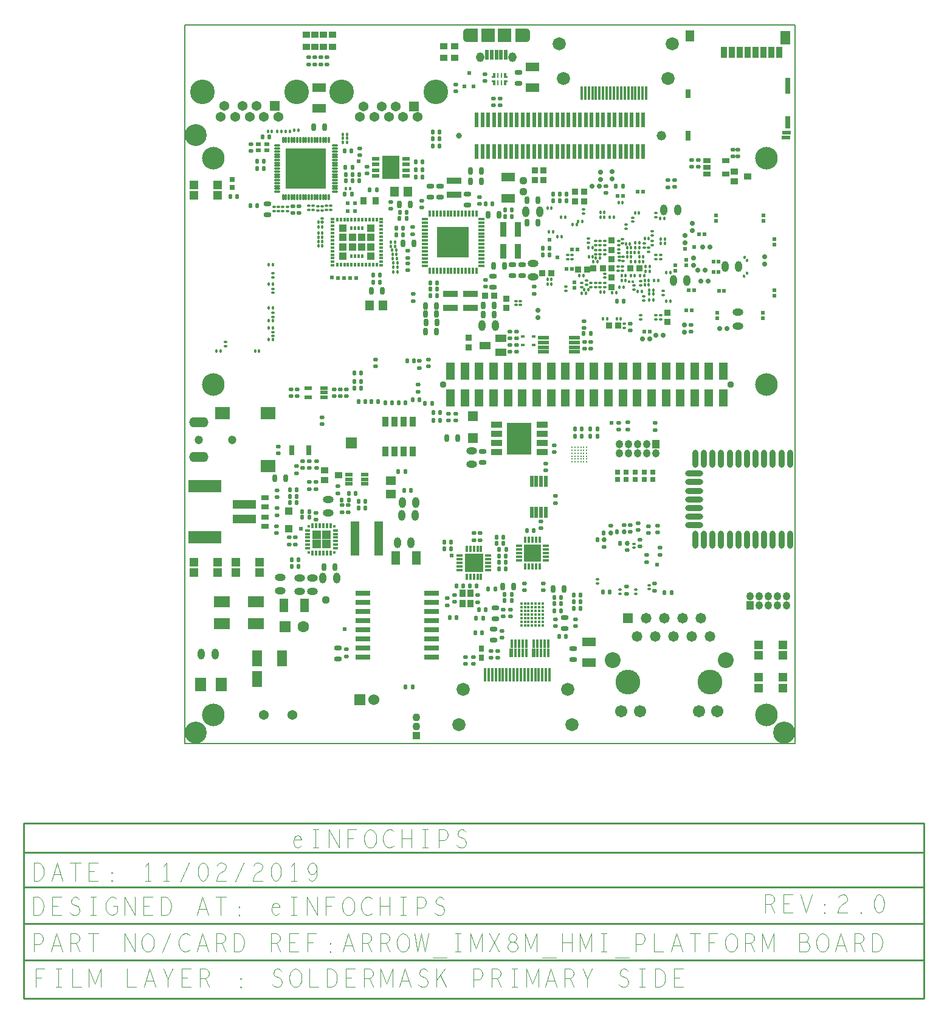
<source format=gbr>
G04 ================== begin FILE IDENTIFICATION RECORD ==================*
G04 Layout Name:  EI_ARROW_IMX8M_HMI_PLATFORM_17_00666_02.brd*
G04 Film Name:    smt.gbr*
G04 File Format:  Gerber RS274X*
G04 File Origin:  Cadence Allegro 17.2-P019*
G04 Origin Date:  Mon Feb 11 12:30:38 2019*
G04 *
G04 Layer:  DRAWING FORMAT/SMT*
G04 Layer:  DRAWING FORMAT/FILM_LABEL_OUTLINE*
G04 Layer:  PACKAGE GEOMETRY/SOLDERMASK_TOP*
G04 Layer:  VIA CLASS/SOLDERMASK_TOP*
G04 Layer:  DRAWING FORMAT/FILM_TITLE_BLOCK*
G04 Layer:  PIN/SOLDERMASK_TOP*
G04 Layer:  BOARD GEOMETRY/OUTLINE*
G04 Layer:  BOARD GEOMETRY/SOLDERMASK_TOP*
G04 *
G04 Offset:    (0.00 0.00)*
G04 Mirror:    No*
G04 Mode:      Positive*
G04 Rotation:  0*
G04 FullContactRelief:  No*
G04 UndefLineWidth:     7.00*
G04 ================== end FILE IDENTIFICATION RECORD ====================*
%FSLAX25Y25*MOIN*%
%IR0*IPPOS*OFA0.00000B0.00000*MIA0B0*SFA1.00000B1.00000*%
%AMMACRO135*
21,1,.017,.001,0.0,0.0,135.*
1,1,.017,.000354,.000354*
1,1,.017,-.000354,-.000354*%
%ADD135MACRO135*%
%ADD20O,.106X.055*%
%ADD113C,.011*%
%AMMACRO109*
4,1,24,.01722,.0374,
-.04085,.0374,
-.04085,-.0374,
.01722,-.0374,
.021322,-.037042,
.0253,-.035978,
.029033,-.034239,
.032406,-.031878,
.035319,-.028967,
.037682,-.025594,
.039423,-.021863,
.04049,-.017886,
.04085,-.013784,
.04085,-.01378,
.04085,.01378,
.040491,.017882,
.039424,.021859,
.037684,.025591,
.035321,.028964,
.032409,.031875,
.029036,.034237,
.025303,.035976,
.021326,.037042,
.017224,.0374,
.01722,.0374,
0.0*
%
%ADD109MACRO109*%
%ADD76C,.032*%
%ADD63C,.06*%
%ADD31C,.024*%
%ADD14C,.015*%
%ADD124C,.052*%
%ADD94R,.096X.131*%
%ADD35C,.044*%
%ADD53C,.072*%
%ADD38R,.05X.188*%
%ADD30C,.063*%
%ADD26C,.054*%
%ADD15C,.037*%
%ADD97C,.029*%
%ADD67C,.04331*%
%ADD22C,.047*%
%ADD121C,.067*%
%ADD119C,.058*%
%ADD62R,.06X.06*%
%ADD138R,.016X.016*%
%ADD122C,.087*%
%ADD90R,.044X.044*%
%ADD48R,.017X.017*%
%ADD79R,.054X.054*%
%ADD29R,.063X.063*%
%ADD66R,.04331X.04331*%
%ADD68R,.1811X.07087*%
%ADD118R,.058X.058*%
%ADD55R,.094X.094*%
%ADD49R,.0473X.0473*%
%ADD69R,.12992X.05118*%
%AMMACRO84*
4,1,6,-.00988,-.01381,
-.00988,.01381,
.002,.01381,
.002,-.00193,
.00987,-.00193,
.00987,-.01381,
-.00988,-.01381,
0.0*
%
%ADD84MACRO84*%
%AMMACRO81*
4,1,6,.00988,.01381,
.00988,.00193,
.00201,.00193,
.00201,-.01381,
-.00987,-.01381,
-.00987,.01381,
.00988,.01381,
0.0*
%
%ADD81MACRO81*%
%ADD73O,.011X.035*%
%ADD74O,.035X.011*%
%ADD50R,.013X.031*%
%ADD51R,.031X.013*%
%ADD137R,.024X.022*%
%ADD136R,.022X.024*%
%ADD92R,.024X.014*%
%ADD60R,.032X.015*%
%ADD40O,.027X.023*%
%ADD12R,.022X.061*%
%ADD117O,.041X.045*%
%ADD91R,.014X.024*%
%ADD59R,.015X.032*%
%ADD52C,.12*%
%ADD41O,.023X.027*%
%ADD11R,.061X.022*%
%ADD100O,.015X.037*%
%ADD89R,.042X.034*%
%ADD43O,.043X.027*%
%AMMACRO134*
21,1,.017,.001,0.0,0.0,45.*
1,1,.017,.000354,-.000354*
1,1,.017,-.000354,.000354*%
%ADD134MACRO134*%
%ADD133R,.03X.055*%
%ADD102O,.037X.015*%
%ADD96O,.018X.017*%
%ADD95R,.044X.023*%
%ADD42O,.027X.043*%
%ADD116R,.041X.045*%
%ADD72R,.031X.038*%
%ADD57R,.036X.015*%
%ADD44R,.037X.032*%
%ADD39O,.017X.018*%
%ADD129R,.047X.022*%
%ADD123R,.043X.027*%
%ADD101R,.015X.037*%
%ADD99R,.074X.05*%
%ADD98R,.032X.037*%
%ADD85R,.019X.023*%
%ADD77R,.023X.082*%
%ADD56R,.015X.036*%
%ADD32C,.124*%
%ADD19R,.0204X.045*%
%ADD18R,.015X.045*%
%ADD103R,.037X.015*%
%ADD71R,.043X.028*%
%ADD61R,.038X.042*%
%ADD45R,.05X.074*%
%ADD34R,.034X.054*%
%ADD27R,.054X.052*%
%ADD13R,.039X.032*%
%ADD130R,.049X.022*%
%ADD106R,.082X.035*%
%ADD86R,.029X.025*%
%ADD78C,.135*%
%ADD58R,.101X.101*%
%ADD36R,.06X.074*%
%ADD24R,.09X.062*%
%ADD120C,.136*%
%ADD112R,.019X.017*%
%AMMACRO110*
4,1,24,-.01722,-.0374,
.04085,-.0374,
.04085,.0374,
-.01722,.0374,
-.021322,.037042,
-.0253,.035978,
-.029033,.034239,
-.032406,.031878,
-.035319,.028967,
-.037682,.025594,
-.039423,.021863,
-.04049,.017886,
-.04085,.013784,
-.04085,.01378,
-.04085,-.01378,
-.040491,-.017882,
-.039424,-.021859,
-.037684,-.025591,
-.035321,-.028964,
-.032409,-.031875,
-.029036,-.034237,
-.025303,-.035976,
-.021326,-.037042,
-.017224,-.0374,
-.01722,-.0374,
0.0*
%
%ADD110MACRO110*%
%ADD105R,.035X.082*%
%ADD88R,.038X.043*%
%ADD127R,.03X.088*%
%ADD23R,.0404X.02072*%
%ADD17R,.082X.027*%
%ADD115O,.098X.035*%
%ADD108O,.04631X.05221*%
%ADD54R,.015X.078*%
%ADD46O,.059X.038*%
%ADD37R,.039X.019*%
%ADD10R,.059X.044*%
%ADD114O,.035X.098*%
%ADD75R,.223X.223*%
%ADD65R,.06206X.035*%
%ADD47O,.038X.059*%
%ADD33R,.049X.045*%
%ADD28R,.058X.046*%
%ADD21R,.082X.066*%
%ADD16R,.047X.092*%
%ADD125R,.036X.059*%
%ADD104R,.178X.166*%
%ADD87R,.046X.058*%
%ADD126R,.057X.075*%
%ADD25R,.056X.087*%
%ADD64R,.137X.17229*%
%ADD80R,.01087X.02662*%
%ADD128R,.03X.06699*%
%AMMACRO82*
4,1,6,.00988,.01381,
.00988,-.01381,
-.002,-.01381,
-.002,.00193,
-.00987,.00193,
-.00987,.01381,
.00988,.01381,
0.0*
%
%ADD82MACRO82*%
%ADD107R,.01875X.05615*%
%ADD132R,.02762X.04928*%
%ADD70R,.02953X.05709*%
%ADD131R,.04967X.06306*%
%ADD93R,.02859X.02465*%
%ADD111R,.07387X.0778*%
%AMMACRO83*
4,1,6,-.00988,-.01381,
-.00988,-.00193,
-.00201,-.00193,
-.00201,.01381,
.00987,.01381,
.00987,-.01381,
-.00988,-.01381,
0.0*
%
%ADD83MACRO83*%
%ADD139C,.01*%
%ADD140C,.004*%
%ADD141C,.007*%
G75*
%LPD*%
G75*
G54D100*
X134289Y258991D03*
X159879D03*
X134289Y290243D03*
X159879D03*
G54D110*
X156529Y387979D03*
G54D101*
X136257Y258991D03*
X138226D03*
X140194D03*
X142163D03*
X144131D03*
X146100D03*
X148068D03*
X150037D03*
X152005D03*
X153974D03*
X155942D03*
X157911D03*
X136257Y290243D03*
X138226D03*
X140194D03*
X142163D03*
X144131D03*
X146100D03*
X148068D03*
X150037D03*
X152005D03*
X153974D03*
X155942D03*
X157911D03*
G54D111*
X175377Y387979D03*
X166322D03*
G54D120*
X243100Y33787D03*
X288100D03*
G54D102*
X131458Y261822D03*
Y287412D03*
X162710Y261822D03*
Y287412D03*
G54D10*
X173414Y214477D03*
X164754Y218217D03*
X173414Y221957D03*
G54D112*
X185429Y223217D03*
X191139D03*
X185428Y218484D03*
X191138D03*
G54D130*
X329724Y332016D03*
G54D103*
X131458Y263790D03*
Y265759D03*
Y267727D03*
Y269696D03*
Y271664D03*
Y273633D03*
Y275601D03*
Y277570D03*
Y279538D03*
Y281507D03*
Y283475D03*
Y285444D03*
X162710Y263790D03*
Y265759D03*
Y267727D03*
Y269696D03*
Y271664D03*
Y273633D03*
Y275601D03*
Y277570D03*
Y279538D03*
Y281507D03*
Y283475D03*
Y285444D03*
G54D121*
X249458Y17803D03*
X281781D03*
X239439D03*
X291840D03*
G54D140*
G01X-81692Y-133350D02*
Y-123350D01*
X-76942D01*
G01X-78692Y-128183D02*
X-81692D01*
G01X-70817Y-123350D02*
X-67817D01*
G01X-69317D02*
Y-133350D01*
G01X-70817D02*
X-67817D01*
G01X-61817Y-123350D02*
Y-133350D01*
X-56817D01*
G01X-52567D02*
Y-123350D01*
X-49317Y-131683D01*
X-46067Y-123350D01*
Y-133350D01*
G01X-31817Y-123350D02*
Y-133350D01*
X-26817D01*
G01X-22442D02*
X-19317Y-123350D01*
X-16192Y-133350D01*
G01X-17317Y-129850D02*
X-21317D01*
G01X-9317Y-133350D02*
Y-128850D01*
X-11817Y-123350D01*
G01X-6817D02*
X-9317Y-128850D01*
G01X3183Y-133350D02*
X-1817D01*
Y-123350D01*
X3183D01*
G01X1183Y-128183D02*
X-1817D01*
G01X8183Y-133350D02*
Y-123350D01*
X11308D01*
X12308Y-123850D01*
X12933Y-124517D01*
X13183Y-125850D01*
X12933Y-127183D01*
X12183Y-128017D01*
X11308Y-128517D01*
X8183D01*
G01X11308D02*
X13183Y-133350D01*
G01X30683Y-133683D02*
X30433Y-133517D01*
Y-133183D01*
X30683Y-133017D01*
X30933Y-133183D01*
Y-133517D01*
X30683Y-133683D01*
G01Y-129184D02*
X30433Y-129017D01*
Y-128683D01*
X30683Y-128517D01*
X30933Y-128683D01*
Y-129017D01*
X30683Y-129184D01*
G01X48058Y-132017D02*
X49058Y-132850D01*
X50183Y-133350D01*
X51183D01*
X52183Y-132850D01*
X52933Y-132017D01*
X53308Y-130850D01*
X53058Y-129684D01*
X52433Y-128683D01*
X51308Y-128017D01*
X49808Y-127683D01*
X48933Y-127017D01*
X48558Y-125850D01*
X48808Y-124683D01*
X49433Y-123850D01*
X50308Y-123350D01*
X51183D01*
X52058Y-123683D01*
X52808Y-124517D01*
G01X60683Y-133350D02*
X59683Y-133183D01*
X58808Y-132517D01*
X58058Y-131517D01*
X57558Y-130350D01*
X57308Y-129017D01*
Y-127683D01*
X57558Y-126350D01*
X58058Y-125183D01*
X58808Y-124183D01*
X59683Y-123517D01*
X60683Y-123350D01*
X61683Y-123517D01*
X62558Y-124183D01*
X63308Y-125183D01*
X63808Y-126350D01*
X64058Y-127683D01*
Y-129017D01*
X63808Y-130350D01*
X63308Y-131517D01*
X62558Y-132517D01*
X61683Y-133183D01*
X60683Y-133350D01*
G01X68183Y-123350D02*
Y-133350D01*
X73183D01*
G01X77933D02*
Y-123350D01*
X80433D01*
X81433Y-123850D01*
X82183Y-124517D01*
X82808Y-125517D01*
X83308Y-126684D01*
X83433Y-128350D01*
X83308Y-130017D01*
X82808Y-131183D01*
X82183Y-132184D01*
X81433Y-132850D01*
X80433Y-133350D01*
X77933D01*
G01X93183D02*
X88183D01*
Y-123350D01*
X93183D01*
G01X91183Y-128183D02*
X88183D01*
G01X98183Y-133350D02*
Y-123350D01*
X101308D01*
X102308Y-123850D01*
X102933Y-124517D01*
X103183Y-125850D01*
X102933Y-127183D01*
X102183Y-128017D01*
X101308Y-128517D01*
X98183D01*
G01X101308D02*
X103183Y-133350D01*
G01X107433D02*
Y-123350D01*
X110683Y-131683D01*
X113933Y-123350D01*
Y-133350D01*
G01X117558D02*
X120683Y-123350D01*
X123808Y-133350D01*
G01X122683Y-129850D02*
X118683D01*
G01X128058Y-132017D02*
X129058Y-132850D01*
X130183Y-133350D01*
X131183D01*
X132183Y-132850D01*
X132933Y-132017D01*
X133308Y-130850D01*
X133058Y-129684D01*
X132433Y-128683D01*
X131308Y-128017D01*
X129808Y-127683D01*
X128933Y-127017D01*
X128558Y-125850D01*
X128808Y-124683D01*
X129433Y-123850D01*
X130308Y-123350D01*
X131183D01*
X132058Y-123683D01*
X132808Y-124517D01*
G01X137933Y-133350D02*
Y-123350D01*
G01X142683D02*
X137933Y-129517D01*
G01X143433Y-133350D02*
X140058Y-126684D01*
G01X158183Y-133350D02*
Y-123350D01*
X161183D01*
X162183Y-123850D01*
X162933Y-125017D01*
X163183Y-126350D01*
X162933Y-127683D01*
X162308Y-128683D01*
X161183Y-129184D01*
X158183D01*
G01X168183Y-133350D02*
Y-123350D01*
X171308D01*
X172308Y-123850D01*
X172933Y-124517D01*
X173183Y-125850D01*
X172933Y-127183D01*
X172183Y-128017D01*
X171308Y-128517D01*
X168183D01*
G01X171308D02*
X173183Y-133350D01*
G01X179183Y-123350D02*
X182183D01*
G01X180683D02*
Y-133350D01*
G01X179183D02*
X182183D01*
G01X187433D02*
Y-123350D01*
X190683Y-131683D01*
X193933Y-123350D01*
Y-133350D01*
G01X197558D02*
X200683Y-123350D01*
X203808Y-133350D01*
G01X202683Y-129850D02*
X198683D01*
G01X208183Y-133350D02*
Y-123350D01*
X211308D01*
X212308Y-123850D01*
X212933Y-124517D01*
X213183Y-125850D01*
X212933Y-127183D01*
X212183Y-128017D01*
X211308Y-128517D01*
X208183D01*
G01X211308D02*
X213183Y-133350D01*
G01X220683D02*
Y-128850D01*
X218183Y-123350D01*
G01X223183D02*
X220683Y-128850D01*
G01X238058Y-132017D02*
X239058Y-132850D01*
X240183Y-133350D01*
X241183D01*
X242183Y-132850D01*
X242933Y-132017D01*
X243308Y-130850D01*
X243058Y-129684D01*
X242433Y-128683D01*
X241308Y-128017D01*
X239808Y-127683D01*
X238933Y-127017D01*
X238558Y-125850D01*
X238808Y-124683D01*
X239433Y-123850D01*
X240308Y-123350D01*
X241183D01*
X242058Y-123683D01*
X242808Y-124517D01*
G01X249183Y-123350D02*
X252183D01*
G01X250683D02*
Y-133350D01*
G01X249183D02*
X252183D01*
G01X257933D02*
Y-123350D01*
X260433D01*
X261433Y-123850D01*
X262183Y-124517D01*
X262808Y-125517D01*
X263308Y-126684D01*
X263433Y-128350D01*
X263308Y-130017D01*
X262808Y-131183D01*
X262183Y-132184D01*
X261433Y-132850D01*
X260433Y-133350D01*
X257933D01*
G01X273183D02*
X268183D01*
Y-123350D01*
X273183D01*
G01X271183Y-128183D02*
X268183D01*
G01X-82771Y-114040D02*
Y-104040D01*
X-79771D01*
X-78771Y-104540D01*
X-78021Y-105707D01*
X-77771Y-107040D01*
X-78021Y-108373D01*
X-78646Y-109373D01*
X-79771Y-109874D01*
X-82771D01*
G01X-73396Y-114040D02*
X-70271Y-104040D01*
X-67146Y-114040D01*
G01X-68271Y-110540D02*
X-72271D01*
G01X-62771Y-114040D02*
Y-104040D01*
X-59646D01*
X-58646Y-104540D01*
X-58021Y-105207D01*
X-57771Y-106540D01*
X-58021Y-107873D01*
X-58771Y-108707D01*
X-59646Y-109207D01*
X-62771D01*
G01X-59646D02*
X-57771Y-114040D01*
G01X-50271Y-104040D02*
Y-114040D01*
G01X-53146Y-104040D02*
X-47396D01*
G01X-33146Y-114040D02*
Y-104040D01*
X-27396Y-114040D01*
Y-104040D01*
G01X-20271Y-114040D02*
X-21271Y-113873D01*
X-22146Y-113207D01*
X-22896Y-112207D01*
X-23396Y-111040D01*
X-23646Y-109707D01*
Y-108373D01*
X-23396Y-107040D01*
X-22896Y-105873D01*
X-22146Y-104873D01*
X-21271Y-104207D01*
X-20271Y-104040D01*
X-19271Y-104207D01*
X-18396Y-104873D01*
X-17646Y-105873D01*
X-17146Y-107040D01*
X-16896Y-108373D01*
Y-109707D01*
X-17146Y-111040D01*
X-17646Y-112207D01*
X-18396Y-113207D01*
X-19271Y-113873D01*
X-20271Y-114040D01*
G01X-12521Y-114373D02*
X-8021Y-104040D01*
G01X2479Y-104873D02*
X1729Y-104373D01*
X854Y-104040D01*
X-146D01*
X-1271Y-104540D01*
X-2146Y-105373D01*
X-2771Y-106373D01*
X-3271Y-108040D01*
X-3396Y-109540D01*
X-3146Y-111040D01*
X-2771Y-112040D01*
X-2021Y-113040D01*
X-1146Y-113707D01*
X-271Y-114040D01*
X604D01*
X1479Y-113707D01*
X2229Y-113207D01*
X2854Y-112540D01*
G01X6604Y-114040D02*
X9729Y-104040D01*
X12854Y-114040D01*
G01X11729Y-110540D02*
X7729D01*
G01X17229Y-114040D02*
Y-104040D01*
X20354D01*
X21354Y-104540D01*
X21979Y-105207D01*
X22229Y-106540D01*
X21979Y-107873D01*
X21229Y-108707D01*
X20354Y-109207D01*
X17229D01*
G01X20354D02*
X22229Y-114040D01*
G01X26979D02*
Y-104040D01*
X29479D01*
X30479Y-104540D01*
X31229Y-105207D01*
X31854Y-106207D01*
X32354Y-107374D01*
X32479Y-109040D01*
X32354Y-110707D01*
X31854Y-111873D01*
X31229Y-112874D01*
X30479Y-113540D01*
X29479Y-114040D01*
X26979D01*
G01X47229D02*
Y-104040D01*
X50354D01*
X51354Y-104540D01*
X51979Y-105207D01*
X52229Y-106540D01*
X51979Y-107873D01*
X51229Y-108707D01*
X50354Y-109207D01*
X47229D01*
G01X50354D02*
X52229Y-114040D01*
G01X62229D02*
X57229D01*
Y-104040D01*
X62229D01*
G01X60229Y-108873D02*
X57229D01*
G01X67354Y-114040D02*
Y-104040D01*
X72104D01*
G01X70354Y-108873D02*
X67354D01*
G01X79729Y-114373D02*
X79479Y-114207D01*
Y-113873D01*
X79729Y-113707D01*
X79979Y-113873D01*
Y-114207D01*
X79729Y-114373D01*
G01Y-109874D02*
X79479Y-109707D01*
Y-109373D01*
X79729Y-109207D01*
X79979Y-109373D01*
Y-109707D01*
X79729Y-109874D01*
G01X86604Y-114040D02*
X89729Y-104040D01*
X92854Y-114040D01*
G01X91729Y-110540D02*
X87729D01*
G01X97229Y-114040D02*
Y-104040D01*
X100354D01*
X101354Y-104540D01*
X101979Y-105207D01*
X102229Y-106540D01*
X101979Y-107873D01*
X101229Y-108707D01*
X100354Y-109207D01*
X97229D01*
G01X100354D02*
X102229Y-114040D01*
G01X107229D02*
Y-104040D01*
X110354D01*
X111354Y-104540D01*
X111979Y-105207D01*
X112229Y-106540D01*
X111979Y-107873D01*
X111229Y-108707D01*
X110354Y-109207D01*
X107229D01*
G01X110354D02*
X112229Y-114040D01*
G01X119729D02*
X118729Y-113873D01*
X117854Y-113207D01*
X117104Y-112207D01*
X116604Y-111040D01*
X116354Y-109707D01*
Y-108373D01*
X116604Y-107040D01*
X117104Y-105873D01*
X117854Y-104873D01*
X118729Y-104207D01*
X119729Y-104040D01*
X120729Y-104207D01*
X121604Y-104873D01*
X122354Y-105873D01*
X122854Y-107040D01*
X123104Y-108373D01*
Y-109707D01*
X122854Y-111040D01*
X122354Y-112207D01*
X121604Y-113207D01*
X120729Y-113873D01*
X119729Y-114040D01*
G01X125979Y-104040D02*
X127729Y-114040D01*
X129729Y-104040D01*
X131729Y-114040D01*
X133479Y-104040D01*
G01X135979Y-117373D02*
X143479D01*
G01X148229Y-104040D02*
X151229D01*
G01X149729D02*
Y-114040D01*
G01X148229D02*
X151229D01*
G01X156479D02*
Y-104040D01*
X159729Y-112373D01*
X162979Y-104040D01*
Y-114040D01*
G01X167104D02*
X172354Y-104040D01*
G01X167104D02*
X172354Y-114040D01*
G01X179729D02*
X180604Y-113873D01*
X181604Y-113373D01*
X182229Y-112540D01*
X182479Y-111373D01*
X182229Y-110207D01*
X181479Y-109207D01*
X180354Y-108707D01*
X179104D01*
X178354Y-108373D01*
X177729Y-107540D01*
X177479Y-106373D01*
X177854Y-105207D01*
X178729Y-104373D01*
X179729Y-104040D01*
X180729Y-104373D01*
X181604Y-105207D01*
X181979Y-106373D01*
X181729Y-107540D01*
X181104Y-108373D01*
X180354Y-108707D01*
X179104D01*
X177979Y-109207D01*
X177229Y-110207D01*
X176979Y-111373D01*
X177229Y-112540D01*
X177854Y-113373D01*
X178854Y-113873D01*
X179729Y-114040D01*
G01X186479D02*
Y-104040D01*
X189729Y-112373D01*
X192979Y-104040D01*
Y-114040D01*
G01X195979Y-117373D02*
X203479D01*
G01X207104Y-114040D02*
Y-104040D01*
G01X212354D02*
Y-114040D01*
G01Y-109040D02*
X207104D01*
G01X216479Y-114040D02*
Y-104040D01*
X219729Y-112373D01*
X222979Y-104040D01*
Y-114040D01*
G01X228229Y-104040D02*
X231229D01*
G01X229729D02*
Y-114040D01*
G01X228229D02*
X231229D01*
G01X235979Y-117373D02*
X243479D01*
G01X247229Y-114040D02*
Y-104040D01*
X250229D01*
X251229Y-104540D01*
X251979Y-105707D01*
X252229Y-107040D01*
X251979Y-108373D01*
X251354Y-109373D01*
X250229Y-109874D01*
X247229D01*
G01X257229Y-104040D02*
Y-114040D01*
X262229D01*
G01X266604D02*
X269729Y-104040D01*
X272854Y-114040D01*
G01X271729Y-110540D02*
X267729D01*
G01X279729Y-104040D02*
Y-114040D01*
G01X276854Y-104040D02*
X282604D01*
G01X287354Y-114040D02*
Y-104040D01*
X292104D01*
G01X290354Y-108873D02*
X287354D01*
G01X299729Y-114040D02*
X298729Y-113873D01*
X297854Y-113207D01*
X297104Y-112207D01*
X296604Y-111040D01*
X296354Y-109707D01*
Y-108373D01*
X296604Y-107040D01*
X297104Y-105873D01*
X297854Y-104873D01*
X298729Y-104207D01*
X299729Y-104040D01*
X300729Y-104207D01*
X301604Y-104873D01*
X302354Y-105873D01*
X302854Y-107040D01*
X303104Y-108373D01*
Y-109707D01*
X302854Y-111040D01*
X302354Y-112207D01*
X301604Y-113207D01*
X300729Y-113873D01*
X299729Y-114040D01*
G01X307229D02*
Y-104040D01*
X310354D01*
X311354Y-104540D01*
X311979Y-105207D01*
X312229Y-106540D01*
X311979Y-107873D01*
X311229Y-108707D01*
X310354Y-109207D01*
X307229D01*
G01X310354D02*
X312229Y-114040D01*
G01X316479D02*
Y-104040D01*
X319729Y-112373D01*
X322979Y-104040D01*
Y-114040D01*
G01X340729Y-108707D02*
X341229Y-108207D01*
X341604Y-107374D01*
X341854Y-106207D01*
X341604Y-105207D01*
X341104Y-104540D01*
X340229Y-104040D01*
X336854D01*
Y-114040D01*
X340979D01*
X341854Y-113373D01*
X342354Y-112373D01*
X342604Y-111207D01*
X342354Y-110040D01*
X341604Y-109040D01*
X340729Y-108707D01*
X336854D01*
G01X349729Y-114040D02*
X348729Y-113873D01*
X347854Y-113207D01*
X347104Y-112207D01*
X346604Y-111040D01*
X346354Y-109707D01*
Y-108373D01*
X346604Y-107040D01*
X347104Y-105873D01*
X347854Y-104873D01*
X348729Y-104207D01*
X349729Y-104040D01*
X350729Y-104207D01*
X351604Y-104873D01*
X352354Y-105873D01*
X352854Y-107040D01*
X353104Y-108373D01*
Y-109707D01*
X352854Y-111040D01*
X352354Y-112207D01*
X351604Y-113207D01*
X350729Y-113873D01*
X349729Y-114040D01*
G01X356604D02*
X359729Y-104040D01*
X362854Y-114040D01*
G01X361729Y-110540D02*
X357729D01*
G01X367229Y-114040D02*
Y-104040D01*
X370354D01*
X371354Y-104540D01*
X371979Y-105207D01*
X372229Y-106540D01*
X371979Y-107873D01*
X371229Y-108707D01*
X370354Y-109207D01*
X367229D01*
G01X370354D02*
X372229Y-114040D01*
G01X376979D02*
Y-104040D01*
X379479D01*
X380479Y-104540D01*
X381229Y-105207D01*
X381854Y-106207D01*
X382354Y-107374D01*
X382479Y-109040D01*
X382354Y-110707D01*
X381854Y-111873D01*
X381229Y-112874D01*
X380479Y-113540D01*
X379479Y-114040D01*
X376979D01*
G01X-83021Y-94040D02*
Y-84040D01*
X-80521D01*
X-79521Y-84540D01*
X-78771Y-85207D01*
X-78146Y-86207D01*
X-77646Y-87374D01*
X-77521Y-89040D01*
X-77646Y-90707D01*
X-78146Y-91873D01*
X-78771Y-92874D01*
X-79521Y-93540D01*
X-80521Y-94040D01*
X-83021D01*
G01X-67771D02*
X-72771D01*
Y-84040D01*
X-67771D01*
G01X-69771Y-88873D02*
X-72771D01*
G01X-62896Y-92707D02*
X-61896Y-93540D01*
X-60771Y-94040D01*
X-59771D01*
X-58771Y-93540D01*
X-58021Y-92707D01*
X-57646Y-91540D01*
X-57896Y-90374D01*
X-58521Y-89373D01*
X-59646Y-88707D01*
X-61146Y-88373D01*
X-62021Y-87707D01*
X-62396Y-86540D01*
X-62146Y-85373D01*
X-61521Y-84540D01*
X-60646Y-84040D01*
X-59771D01*
X-58896Y-84373D01*
X-58146Y-85207D01*
G01X-51771Y-84040D02*
X-48771D01*
G01X-50271D02*
Y-94040D01*
G01X-51771D02*
X-48771D01*
G01X-39521Y-89040D02*
X-37021D01*
Y-92040D01*
X-37771Y-93040D01*
X-38646Y-93707D01*
X-39896Y-94040D01*
X-41146Y-93707D01*
X-42021Y-93040D01*
X-42771Y-92040D01*
X-43271Y-90873D01*
X-43521Y-89540D01*
Y-88373D01*
X-43271Y-87374D01*
X-42771Y-86207D01*
X-42021Y-85207D01*
X-41271Y-84540D01*
X-40271Y-84040D01*
X-39396D01*
X-38396Y-84373D01*
X-37646Y-85040D01*
G01X-33146Y-94040D02*
Y-84040D01*
X-27396Y-94040D01*
Y-84040D01*
G01X-17771Y-94040D02*
X-22771D01*
Y-84040D01*
X-17771D01*
G01X-19771Y-88873D02*
X-22771D01*
G01X-13021Y-94040D02*
Y-84040D01*
X-10521D01*
X-9521Y-84540D01*
X-8771Y-85207D01*
X-8146Y-86207D01*
X-7646Y-87374D01*
X-7521Y-89040D01*
X-7646Y-90707D01*
X-8146Y-91873D01*
X-8771Y-92874D01*
X-9521Y-93540D01*
X-10521Y-94040D01*
X-13021D01*
G01X6604D02*
X9729Y-84040D01*
X12854Y-94040D01*
G01X11729Y-90540D02*
X7729D01*
G01X19729Y-84040D02*
Y-94040D01*
G01X16854Y-84040D02*
X22604D01*
G01X29729Y-94373D02*
X29479Y-94207D01*
Y-93873D01*
X29729Y-93707D01*
X29979Y-93873D01*
Y-94207D01*
X29729Y-94373D01*
G01Y-89874D02*
X29479Y-89707D01*
Y-89373D01*
X29729Y-89207D01*
X29979Y-89373D01*
Y-89707D01*
X29729Y-89874D01*
G01X47854Y-89540D02*
X51854D01*
X51479Y-88373D01*
X50854Y-87707D01*
X49979Y-87374D01*
X49104Y-87540D01*
X48354Y-88040D01*
X47854Y-89207D01*
X47604Y-90207D01*
Y-91207D01*
X47854Y-92207D01*
X48479Y-93207D01*
X49229Y-93873D01*
X50104Y-94040D01*
X50979Y-93707D01*
X51854Y-92707D01*
G01X58229Y-84040D02*
X61229D01*
G01X59729D02*
Y-94040D01*
G01X58229D02*
X61229D01*
G01X66854D02*
Y-84040D01*
X72604Y-94040D01*
Y-84040D01*
G01X77354Y-94040D02*
Y-84040D01*
X82104D01*
G01X80354Y-88873D02*
X77354D01*
G01X89729Y-94040D02*
X88729Y-93873D01*
X87854Y-93207D01*
X87104Y-92207D01*
X86604Y-91040D01*
X86354Y-89707D01*
Y-88373D01*
X86604Y-87040D01*
X87104Y-85873D01*
X87854Y-84873D01*
X88729Y-84207D01*
X89729Y-84040D01*
X90729Y-84207D01*
X91604Y-84873D01*
X92354Y-85873D01*
X92854Y-87040D01*
X93104Y-88373D01*
Y-89707D01*
X92854Y-91040D01*
X92354Y-92207D01*
X91604Y-93207D01*
X90729Y-93873D01*
X89729Y-94040D01*
G01X102479Y-84873D02*
X101729Y-84373D01*
X100854Y-84040D01*
X99854D01*
X98729Y-84540D01*
X97854Y-85373D01*
X97229Y-86373D01*
X96729Y-88040D01*
X96604Y-89540D01*
X96854Y-91040D01*
X97229Y-92040D01*
X97979Y-93040D01*
X98854Y-93707D01*
X99729Y-94040D01*
X100604D01*
X101479Y-93707D01*
X102229Y-93207D01*
X102854Y-92540D01*
G01X107104Y-94040D02*
Y-84040D01*
G01X112354D02*
Y-94040D01*
G01Y-89040D02*
X107104D01*
G01X118229Y-84040D02*
X121229D01*
G01X119729D02*
Y-94040D01*
G01X118229D02*
X121229D01*
G01X127229D02*
Y-84040D01*
X130229D01*
X131229Y-84540D01*
X131979Y-85707D01*
X132229Y-87040D01*
X131979Y-88373D01*
X131354Y-89373D01*
X130229Y-89874D01*
X127229D01*
G01X137104Y-92707D02*
X138104Y-93540D01*
X139229Y-94040D01*
X140229D01*
X141229Y-93540D01*
X141979Y-92707D01*
X142354Y-91540D01*
X142104Y-90374D01*
X141479Y-89373D01*
X140354Y-88707D01*
X138854Y-88373D01*
X137979Y-87707D01*
X137604Y-86540D01*
X137854Y-85373D01*
X138479Y-84540D01*
X139354Y-84040D01*
X140229D01*
X141104Y-84373D01*
X141854Y-85207D01*
G01X-82850Y-75234D02*
Y-65234D01*
X-80350D01*
X-79350Y-65734D01*
X-78600Y-66401D01*
X-77975Y-67401D01*
X-77475Y-68568D01*
X-77350Y-70234D01*
X-77475Y-71901D01*
X-77975Y-73067D01*
X-78600Y-74068D01*
X-79350Y-74734D01*
X-80350Y-75234D01*
X-82850D01*
G01X-73225D02*
X-70100Y-65234D01*
X-66975Y-75234D01*
G01X-68100Y-71734D02*
X-72100D01*
G01X-60100Y-65234D02*
Y-75234D01*
G01X-62975Y-65234D02*
X-57225D01*
G01X-47600Y-75234D02*
X-52600D01*
Y-65234D01*
X-47600D01*
G01X-49600Y-70067D02*
X-52600D01*
G01X-40100Y-75567D02*
X-40350Y-75401D01*
Y-75067D01*
X-40100Y-74901D01*
X-39850Y-75067D01*
Y-75401D01*
X-40100Y-75567D01*
G01Y-71068D02*
X-40350Y-70901D01*
Y-70567D01*
X-40100Y-70401D01*
X-39850Y-70567D01*
Y-70901D01*
X-40100Y-71068D01*
G01X-20100Y-75234D02*
Y-65234D01*
X-21600Y-67234D01*
G01Y-75234D02*
X-18600D01*
G01X-10100D02*
Y-65234D01*
X-11600Y-67234D01*
G01Y-75234D02*
X-8600D01*
G01X-2350Y-75567D02*
X2150Y-65234D01*
G01X9900D02*
X8900Y-65567D01*
X8150Y-66401D01*
X7650Y-67401D01*
X7275Y-68734D01*
X7150Y-70234D01*
X7275Y-71734D01*
X7650Y-73067D01*
X8150Y-74068D01*
X8900Y-74901D01*
X9900Y-75234D01*
X10900Y-74901D01*
X11650Y-74068D01*
X12150Y-73067D01*
X12525Y-71734D01*
X12650Y-70234D01*
X12525Y-68734D01*
X12150Y-67401D01*
X11650Y-66401D01*
X10900Y-65567D01*
X9900Y-65234D01*
G01X17525Y-66901D02*
X18275Y-65901D01*
X19150Y-65401D01*
X20150Y-65234D01*
X21400Y-65567D01*
X22275Y-66401D01*
X22525Y-67401D01*
X22400Y-68401D01*
X21900Y-69234D01*
X19400Y-70901D01*
X18275Y-72067D01*
X17525Y-73734D01*
X17275Y-75234D01*
X22525D01*
G01X27650Y-75567D02*
X32150Y-65234D01*
G01X37525Y-66901D02*
X38275Y-65901D01*
X39150Y-65401D01*
X40150Y-65234D01*
X41400Y-65567D01*
X42275Y-66401D01*
X42525Y-67401D01*
X42400Y-68401D01*
X41900Y-69234D01*
X39400Y-70901D01*
X38275Y-72067D01*
X37525Y-73734D01*
X37275Y-75234D01*
X42525D01*
G01X49900Y-65234D02*
X48900Y-65567D01*
X48150Y-66401D01*
X47650Y-67401D01*
X47275Y-68734D01*
X47150Y-70234D01*
X47275Y-71734D01*
X47650Y-73067D01*
X48150Y-74068D01*
X48900Y-74901D01*
X49900Y-75234D01*
X50900Y-74901D01*
X51650Y-74068D01*
X52150Y-73067D01*
X52525Y-71734D01*
X52650Y-70234D01*
X52525Y-68734D01*
X52150Y-67401D01*
X51650Y-66401D01*
X50900Y-65567D01*
X49900Y-65234D01*
G01X59900Y-75234D02*
Y-65234D01*
X58400Y-67234D01*
G01Y-75234D02*
X61400D01*
G01X67775Y-74068D02*
X68650Y-74901D01*
X69650Y-75234D01*
X70650Y-74901D01*
X71525Y-73901D01*
X72150Y-72401D01*
X72400Y-70901D01*
Y-69067D01*
X72150Y-67567D01*
X71525Y-66234D01*
X70775Y-65567D01*
X69900Y-65234D01*
X68900Y-65567D01*
X68150Y-66234D01*
X67650Y-67234D01*
X67400Y-68568D01*
X67650Y-69734D01*
X68275Y-70901D01*
X69025Y-71568D01*
X69900Y-71734D01*
X70900Y-71401D01*
X71650Y-70567D01*
X72400Y-69067D01*
G01X59804Y-52540D02*
X63804D01*
X63429Y-51373D01*
X62804Y-50707D01*
X61929Y-50374D01*
X61054Y-50540D01*
X60304Y-51040D01*
X59804Y-52207D01*
X59554Y-53207D01*
Y-54207D01*
X59804Y-55207D01*
X60429Y-56207D01*
X61179Y-56873D01*
X62054Y-57040D01*
X62929Y-56707D01*
X63804Y-55707D01*
G01X70179Y-47040D02*
X73179D01*
G01X71679D02*
Y-57040D01*
G01X70179D02*
X73179D01*
G01X78804D02*
Y-47040D01*
X84554Y-57040D01*
Y-47040D01*
G01X89304Y-57040D02*
Y-47040D01*
X94054D01*
G01X92304Y-51873D02*
X89304D01*
G01X101679Y-57040D02*
X100679Y-56873D01*
X99804Y-56207D01*
X99054Y-55207D01*
X98554Y-54040D01*
X98304Y-52707D01*
Y-51373D01*
X98554Y-50040D01*
X99054Y-48873D01*
X99804Y-47873D01*
X100679Y-47207D01*
X101679Y-47040D01*
X102679Y-47207D01*
X103554Y-47873D01*
X104304Y-48873D01*
X104804Y-50040D01*
X105054Y-51373D01*
Y-52707D01*
X104804Y-54040D01*
X104304Y-55207D01*
X103554Y-56207D01*
X102679Y-56873D01*
X101679Y-57040D01*
G01X114429Y-47873D02*
X113679Y-47373D01*
X112804Y-47040D01*
X111804D01*
X110679Y-47540D01*
X109804Y-48373D01*
X109179Y-49373D01*
X108679Y-51040D01*
X108554Y-52540D01*
X108804Y-54040D01*
X109179Y-55040D01*
X109929Y-56040D01*
X110804Y-56707D01*
X111679Y-57040D01*
X112554D01*
X113429Y-56707D01*
X114179Y-56207D01*
X114804Y-55540D01*
G01X119054Y-57040D02*
Y-47040D01*
G01X124304D02*
Y-57040D01*
G01Y-52040D02*
X119054D01*
G01X130179Y-47040D02*
X133179D01*
G01X131679D02*
Y-57040D01*
G01X130179D02*
X133179D01*
G01X139179D02*
Y-47040D01*
X142179D01*
X143179Y-47540D01*
X143929Y-48707D01*
X144179Y-50040D01*
X143929Y-51373D01*
X143304Y-52373D01*
X142179Y-52874D01*
X139179D01*
G01X149054Y-55707D02*
X150054Y-56540D01*
X151179Y-57040D01*
X152179D01*
X153179Y-56540D01*
X153929Y-55707D01*
X154304Y-54540D01*
X154054Y-53374D01*
X153429Y-52373D01*
X152304Y-51707D01*
X150804Y-51373D01*
X149929Y-50707D01*
X149554Y-49540D01*
X149804Y-48373D01*
X150429Y-47540D01*
X151304Y-47040D01*
X152179D01*
X153054Y-47373D01*
X153804Y-48207D01*
G01X318200Y-92634D02*
Y-82634D01*
X321325D01*
X322325Y-83134D01*
X322950Y-83801D01*
X323200Y-85134D01*
X322950Y-86467D01*
X322200Y-87301D01*
X321325Y-87801D01*
X318200D01*
G01X321325D02*
X323200Y-92634D01*
G01X333200D02*
X328200D01*
Y-82634D01*
X333200D01*
G01X331200Y-87467D02*
X328200D01*
G01X337575Y-82634D02*
X340700Y-92634D01*
X343825Y-82634D01*
G01X350700Y-92967D02*
X350450Y-92801D01*
Y-92467D01*
X350700Y-92301D01*
X350950Y-92467D01*
Y-92801D01*
X350700Y-92967D01*
G01Y-88468D02*
X350450Y-88301D01*
Y-87967D01*
X350700Y-87801D01*
X350950Y-87967D01*
Y-88301D01*
X350700Y-88468D01*
G01X358325Y-84301D02*
X359075Y-83301D01*
X359950Y-82801D01*
X360950Y-82634D01*
X362200Y-82967D01*
X363075Y-83801D01*
X363325Y-84801D01*
X363200Y-85801D01*
X362700Y-86634D01*
X360200Y-88301D01*
X359075Y-89467D01*
X358325Y-91134D01*
X358075Y-92634D01*
X363325D01*
G01X370700Y-92967D02*
X370450Y-92801D01*
Y-92467D01*
X370700Y-92301D01*
X370950Y-92467D01*
Y-92801D01*
X370700Y-92967D01*
G01X380700Y-82634D02*
X379700Y-82967D01*
X378950Y-83801D01*
X378450Y-84801D01*
X378075Y-86134D01*
X377950Y-87634D01*
X378075Y-89134D01*
X378450Y-90467D01*
X378950Y-91468D01*
X379700Y-92301D01*
X380700Y-92634D01*
X381700Y-92301D01*
X382450Y-91468D01*
X382950Y-90467D01*
X383325Y-89134D01*
X383450Y-87634D01*
X383325Y-86134D01*
X382950Y-84801D01*
X382450Y-83801D01*
X381700Y-82967D01*
X380700Y-82634D01*
G54D131*
X276988Y387626D03*
G54D104*
X147084Y274617D03*
G54D11*
X196651Y217203D03*
Y214644D03*
Y222322D03*
Y219763D03*
X213581Y214644D03*
Y217203D03*
Y219763D03*
Y222322D03*
G54D122*
X234675Y45795D03*
X296500D03*
G54D113*
X220257Y154376D03*
X218677D03*
X217107D03*
X215527D03*
X220257Y155956D03*
X218677D03*
X217107D03*
X215527D03*
X220257Y157526D03*
X218677D03*
X217107D03*
X215527D03*
X220257Y159106D03*
X218677D03*
X217107D03*
X215527D03*
X220257Y160676D03*
X218677D03*
X217107D03*
X215527D03*
X213957Y154376D03*
X212377D03*
X213957Y155956D03*
X212377D03*
X213957Y157526D03*
X212377D03*
X213957Y159106D03*
X212377D03*
X213957Y160676D03*
X212377D03*
X220257Y162256D03*
X218677D03*
X217107D03*
X215527D03*
X213957D03*
X212377D03*
G54D20*
X7697Y175949D03*
Y157051D03*
G54D141*
G01X0Y0D02*
Y393701D01*
X334646D01*
Y0D01*
X0D01*
G54D132*
X275886Y356228D03*
G54D21*
X20689Y181067D03*
X45493Y151933D03*
Y181067D03*
G54D114*
X331884Y111640D03*
X327160D03*
X322435D03*
X317711D03*
X312986D03*
X308262D03*
X303538D03*
X298813D03*
X294089D03*
X289364D03*
X284640D03*
X279916D03*
Y156128D03*
X284640D03*
X289364D03*
X294089D03*
X298813D03*
X303538D03*
X308262D03*
X312986D03*
X317711D03*
X322435D03*
X327160D03*
X331884D03*
G54D105*
X174680Y281584D03*
X182554D03*
X174647Y269817D03*
X182521D03*
G54D123*
X296442Y319457D03*
Y311977D03*
X286126D03*
Y315717D03*
Y319457D03*
G54D12*
X197869Y143584D03*
X195310D03*
X192750D03*
X190191D03*
Y126654D03*
X192750D03*
X195310D03*
X197869D03*
G54D30*
X64937Y63945D03*
G54D115*
X279364Y119632D03*
Y124356D03*
Y129081D03*
Y133805D03*
Y138530D03*
Y143254D03*
Y147978D03*
G54D106*
X156584Y246554D03*
Y238680D03*
X145584Y246554D03*
Y238680D03*
X147584Y300680D03*
Y308554D03*
G54D13*
X84127Y147041D03*
X76647Y144482D03*
Y149600D03*
X308723Y310684D03*
X301243Y308125D03*
Y313243D03*
G54D133*
X275984Y332902D03*
G54D40*
X61749Y194219D03*
Y190451D03*
X148763Y180894D03*
Y177126D03*
X128763Y209594D03*
Y205826D03*
X86300Y126816D03*
Y130584D03*
X82069Y194171D03*
Y190403D03*
X85389D03*
Y194171D03*
X58123D03*
Y190403D03*
X144763Y180894D03*
Y177126D03*
X68300Y139516D03*
Y143284D03*
X84083Y137203D03*
Y140971D03*
X72037Y122729D03*
Y126497D03*
X104554Y210359D03*
Y206591D03*
X171500Y50784D03*
Y47016D03*
X168055D03*
Y50784D03*
X57400Y112984D03*
Y109216D03*
X61285Y151984D03*
Y148216D03*
X75300Y178884D03*
Y175116D03*
X197901Y153484D03*
Y149716D03*
X195299Y118116D03*
Y121884D03*
X133663Y206626D03*
Y210394D03*
X88557Y51579D03*
Y47811D03*
X143803Y75821D03*
Y79589D03*
X127854Y196569D03*
Y192801D03*
X158300Y47384D03*
Y43616D03*
X174000Y61884D03*
Y58116D03*
X174700Y69616D03*
Y73384D03*
X178700Y69616D03*
Y73384D03*
X88751Y194197D03*
Y190429D03*
X181983Y214700D03*
X178384Y214733D03*
X89700Y130584D03*
Y126816D03*
X71800Y143284D03*
Y139516D03*
X60551Y109216D03*
Y112984D03*
X160700Y77516D03*
Y81284D03*
X147957Y81379D03*
Y77611D03*
X161969Y111551D03*
Y115319D03*
X158509Y111551D03*
Y115319D03*
X186200Y87884D03*
Y84116D03*
X153800Y43616D03*
Y47384D03*
X196500Y87784D03*
Y84016D03*
X50400Y119084D03*
Y115316D03*
X50500Y134916D03*
Y138684D03*
Y128984D03*
Y125216D03*
X51159Y159016D03*
Y162784D03*
X64641Y154784D03*
Y151016D03*
X68363D03*
Y154784D03*
X72263Y151016D03*
Y154784D03*
X100075Y312245D03*
Y316013D03*
X78100Y375984D03*
Y372216D03*
X74700Y375984D03*
Y372216D03*
X71300Y375984D03*
Y372216D03*
X67897Y375997D03*
Y372229D03*
X178417Y221932D03*
Y225700D03*
X182017D03*
Y221932D03*
X96000Y326184D03*
Y322416D03*
X148683Y357403D03*
Y361171D03*
X169284Y353438D03*
Y349670D03*
X172844Y353438D03*
Y349670D03*
X125084Y279233D03*
Y283001D03*
X125200Y242516D03*
Y246284D03*
X164816Y250399D03*
Y254167D03*
X122300Y263084D03*
Y259316D03*
X122400Y266216D03*
Y269984D03*
X164671Y366684D03*
Y362916D03*
X62589Y290761D03*
Y294529D03*
X59189Y290761D03*
Y294529D03*
X36200Y328484D03*
Y324716D03*
X181983Y218468D03*
X178384Y218501D03*
X129800Y293716D03*
Y297484D03*
X161584Y295733D03*
Y299501D03*
X112951Y293116D03*
Y296884D03*
X191600Y250284D03*
Y246516D03*
X243004Y172171D03*
Y175939D03*
X258055Y175585D03*
Y171817D03*
X230091Y111649D03*
Y107881D03*
X233500Y115516D03*
Y119284D03*
X242500Y109784D03*
Y106016D03*
X249500Y107916D03*
Y111684D03*
X240900Y119684D03*
Y115916D03*
X248600Y116916D03*
Y120684D03*
X253251Y103249D03*
Y99481D03*
X202597Y163397D03*
Y159629D03*
X219216Y216333D03*
X222716D03*
X238004Y171971D03*
Y175739D03*
X244409Y115951D03*
Y119719D03*
X203400Y68084D03*
Y64316D03*
X203250Y131886D03*
Y135654D03*
X242117Y82216D03*
Y85984D03*
X257617Y83816D03*
Y87584D03*
X260541Y107313D03*
Y103545D03*
X254167Y115356D03*
Y119124D03*
X259133Y119344D03*
Y115576D03*
X214200Y68184D03*
Y64416D03*
X219216Y220101D03*
X219091Y231549D03*
Y227781D03*
X222716Y220101D03*
X268655Y308684D03*
Y304916D03*
X264845Y304816D03*
Y308584D03*
X244355Y226416D03*
Y230184D03*
X230845Y301716D03*
Y305484D03*
X303384Y325501D03*
Y321733D03*
X281617Y316132D03*
Y319900D03*
X300584Y321733D03*
Y325501D03*
X278083Y319868D03*
Y316100D03*
X277749Y229484D03*
Y225716D03*
G54D22*
X25808Y166500D03*
X7697D03*
G54D124*
X261221Y332983D03*
G54D31*
X63600Y117600D03*
X146157Y102954D03*
X87500Y62700D03*
X87163Y255187D03*
X84063D03*
X93863D03*
X90563Y255087D03*
X80563Y255287D03*
X199900Y276045D03*
X93200Y295985D03*
X93300Y291785D03*
X89400Y295985D03*
Y291685D03*
X95400Y319185D03*
X233900Y175800D03*
X259057Y97954D03*
X279400Y272045D03*
X274400Y270945D03*
X204400Y266545D03*
G54D107*
X175968Y377448D03*
X173409D03*
X170850D03*
X168291D03*
X165732D03*
G54D125*
X325925Y378571D03*
X321594D03*
X317264D03*
X312933D03*
X308602D03*
X304271D03*
X299941D03*
X295610D03*
G54D23*
X76354Y189692D03*
Y192251D03*
Y194810D03*
X67692D03*
Y189692D03*
G54D32*
X15748Y196850D03*
Y15748D03*
Y320866D03*
X318898Y15748D03*
Y196850D03*
Y320866D03*
G54D116*
X258116Y163983D03*
X309831Y75581D03*
G54D134*
X306621Y256221D03*
X308179Y257779D03*
G54D41*
X136166Y177147D03*
X139934D03*
X102314Y187461D03*
X106082D03*
X128560Y188473D03*
X124792D03*
X170184Y84900D03*
X166416D03*
X64381Y123949D03*
X68149D03*
X164884Y73500D03*
X161116D03*
X136114Y181361D03*
X139882D03*
X120849Y148909D03*
X117081D03*
X62249Y100709D03*
X58481D03*
X121806Y209863D03*
X125574D03*
X96652Y198407D03*
X92884D03*
X96652Y194587D03*
X92884D03*
X148916Y86500D03*
X152684D03*
X156216D03*
X159984D03*
X172316Y95649D03*
X176084D03*
X172316Y99249D03*
X176084D03*
X172316Y102849D03*
X176084D03*
X172416Y106449D03*
X176184D03*
X170803Y109837D03*
X174571D03*
X142321Y106857D03*
X146089D03*
X142321Y110297D03*
X146089D03*
X64416Y127171D03*
X68184D03*
X98884Y132811D03*
X95116D03*
X86016Y133500D03*
X89784D03*
X135442Y186463D03*
X131674D03*
X96542Y203003D03*
X92774D03*
X121016Y31100D03*
X124784D03*
X93684Y137200D03*
X89916D03*
X95184Y187447D03*
X98952D03*
X121069Y186586D03*
X117301D03*
X109931Y186634D03*
X113699D03*
X179184Y81800D03*
X175416D03*
X179184Y78400D03*
X175416D03*
X62213Y97149D03*
X58445D03*
X120187Y138751D03*
X123955D03*
X191284Y116800D03*
X187516D03*
X170816Y113200D03*
X174584D03*
X98884Y129211D03*
X95116D03*
X145303Y69037D03*
X149071D03*
X159216Y60800D03*
X162984D03*
X159716Y68800D03*
X163484D03*
X57616Y135537D03*
X61384D03*
X57616Y139200D03*
X61384D03*
X57616Y132037D03*
X61384D03*
X126587Y314275D03*
X130355D03*
X126587Y310275D03*
X130355D03*
X91784Y315600D03*
X88016D03*
X28684Y299800D03*
X24916D03*
X91916Y311900D03*
X95684D03*
X91916Y308500D03*
X95684D03*
X88116Y311900D03*
X91884D03*
X88116Y308500D03*
X91884D03*
X87516Y324700D03*
X91284D03*
X39616Y319137D03*
X43384D03*
X39616Y315137D03*
X43384D03*
X175511Y292267D03*
X179279D03*
X138384Y245500D03*
X134616D03*
Y252300D03*
X138384D03*
X135816Y334945D03*
X139584D03*
X135816Y331245D03*
X139584D03*
X126661Y318625D03*
X130429D03*
X46284Y332500D03*
X42516D03*
X103301Y256691D03*
X107069D03*
X117751Y287691D03*
X121519D03*
X105179Y303547D03*
X101411D03*
X115816Y278600D03*
X119584D03*
X115821Y282413D03*
X119589D03*
X103301Y252677D03*
X107069D03*
X117803Y291117D03*
X121571D03*
X168701Y295716D03*
X164933D03*
X175551Y288751D03*
X179319D03*
X138384Y249000D03*
X134616D03*
X199884Y271451D03*
X196116D03*
X199884Y267851D03*
X196116D03*
X135816Y327345D03*
X139584D03*
X87761Y300930D03*
X91529D03*
X35816Y294600D03*
X39584D03*
X226184Y172500D03*
X222416D03*
X213216Y77900D03*
X216984D03*
X240849Y115909D03*
X237081D03*
X226316Y111600D03*
X230084D03*
X229681Y115509D03*
X233449D03*
X238716Y109800D03*
X242484D03*
X213216Y74100D03*
X216984D03*
X205211Y58670D03*
X208979D03*
X222416Y168500D03*
X226184D03*
X216984Y81400D03*
X213216D03*
X213916Y172500D03*
X217684D03*
X213916Y168500D03*
X217684D03*
X202516Y80200D03*
X206284D03*
X202516Y76700D03*
X206284D03*
X202516Y72900D03*
X206284D03*
X263016Y82600D03*
X266784D03*
X229267Y83041D03*
X233035D03*
X205616Y297400D03*
X209384D03*
X205616Y301100D03*
X209384D03*
X205584D03*
X201816D03*
X205584Y297400D03*
X201816D03*
X236416Y305545D03*
X240184D03*
X236816Y242545D03*
X240584D03*
X218699Y224884D03*
X222467D03*
G54D50*
X70021Y104339D03*
X71991D03*
X73961D03*
X75941D03*
X77911D03*
X79881D03*
Y119539D03*
X77911D03*
X75941D03*
X73961D03*
X71991D03*
X70021D03*
G54D14*
X184494Y76706D03*
X186463D03*
X188431D03*
X190400D03*
X192369D03*
X194337D03*
X196306D03*
X184494Y74737D03*
X186463D03*
X188431D03*
X190400D03*
X192369D03*
X194337D03*
X196306D03*
X184494Y72769D03*
X186463D03*
X188431D03*
X190400D03*
X192369D03*
X194337D03*
X196306D03*
X184494Y70800D03*
X186463D03*
X188431D03*
X190400D03*
X192369D03*
X194337D03*
X196306D03*
X184494Y68831D03*
X186463D03*
X188431D03*
X190400D03*
X192369D03*
X194337D03*
X196306D03*
X184494Y66863D03*
X186463D03*
X188431D03*
X190400D03*
X192369D03*
X194337D03*
X196306D03*
X184494Y64894D03*
X186463D03*
X188431D03*
X190400D03*
X192369D03*
X194337D03*
X196306D03*
G54D126*
X329330Y386642D03*
G54D33*
X41000Y93650D03*
X27800D03*
X41000Y99350D03*
X27800D03*
X18000Y93650D03*
X4800D03*
X18000Y99350D03*
X4800D03*
X18000Y300350D03*
X4800D03*
X18000Y306050D03*
X4800D03*
X314600Y54150D03*
X327800D03*
X314600Y48450D03*
X327800D03*
X314600Y36250D03*
X327800D03*
X314600Y30550D03*
X327800D03*
G54D108*
X179610Y376168D03*
X162090D03*
G54D24*
X38894Y77676D03*
Y65864D03*
X20390D03*
Y77676D03*
G54D42*
X180400Y86200D03*
X174400D03*
X82244Y96748D03*
X76244D03*
X143484Y167353D03*
X149484D03*
X49400Y145400D03*
X55400D03*
X102237Y248037D03*
X108237D03*
X117587Y295337D03*
X123587D03*
X163584Y240117D03*
X169584D03*
X138117Y230716D03*
X132117D03*
X138100Y235400D03*
X132100D03*
X187700Y297600D03*
X193700D03*
X138100Y239900D03*
X132100D03*
X138100Y225900D03*
X132100D03*
X163600Y235000D03*
X169600D03*
X187700Y285300D03*
X193700D03*
X156584Y308117D03*
X162584D03*
X156584Y313617D03*
X162584D03*
X119600Y274000D03*
X125600D03*
X166217Y289616D03*
X172217D03*
X169183Y261784D03*
X175183D03*
X76500Y337800D03*
X70500D03*
X201800Y84600D03*
X207800D03*
G54D117*
X253116Y163983D03*
X248116D03*
X243116D03*
X238116D03*
X258116Y158983D03*
X253116D03*
X248116D03*
X243116D03*
X238116D03*
X314831Y75581D03*
X319831D03*
X324831D03*
X329831D03*
X309831Y80581D03*
X314831D03*
X319831D03*
X324831D03*
X329831D03*
G54D60*
X166221Y103010D03*
Y101041D03*
Y99073D03*
Y97105D03*
Y95136D03*
X150749D03*
Y97105D03*
Y99073D03*
Y101041D03*
Y103010D03*
G54D51*
X82551Y107009D03*
Y108979D03*
Y110949D03*
Y112929D03*
Y114899D03*
Y116869D03*
X67351D03*
Y114899D03*
Y112929D03*
Y110949D03*
Y108979D03*
Y107009D03*
G54D15*
X141732Y196850D03*
X299212D03*
G54D135*
X306821Y266279D03*
X308379Y264721D03*
G54D70*
X58559Y160637D03*
X68007D03*
G54D25*
X53151Y46834D03*
X39765D03*
Y35417D03*
G54D16*
X145669Y189468D03*
X153543D03*
X161417D03*
X169291D03*
X177165D03*
X185039D03*
X192913D03*
X200787D03*
X145669Y204232D03*
X153543D03*
X161417D03*
X169291D03*
X177165D03*
X185039D03*
X192913D03*
X200787D03*
X208661Y189468D03*
X216535D03*
X224409D03*
X232283D03*
X240157D03*
X248031D03*
X255905D03*
X263779D03*
X271653D03*
X279527D03*
X287401D03*
X295275D03*
X208661Y204232D03*
X216535D03*
X224409D03*
X232283D03*
X240157D03*
X248031D03*
X255905D03*
X263779D03*
X271653D03*
X279527D03*
X287401D03*
X295275D03*
G54D127*
X330708Y360540D03*
G54D34*
X110035Y176320D03*
X115035D03*
X120035D03*
X125035D03*
Y160178D03*
X120035D03*
X115035D03*
X110035D03*
G54D61*
X156696Y76716D03*
Y82284D03*
X152314Y76716D03*
Y82284D03*
G54D43*
X170200Y68300D03*
Y74300D03*
X169363Y62787D03*
Y56787D03*
X163237Y160013D03*
Y154013D03*
X84091Y52565D03*
Y46565D03*
X179684Y262417D03*
Y256417D03*
X184784Y262417D03*
Y256417D03*
X154884Y295117D03*
Y301117D03*
X134484Y299417D03*
Y305417D03*
X139984Y299417D03*
Y305417D03*
X168984Y256117D03*
Y250117D03*
X45300Y295700D03*
Y289700D03*
X182799Y361900D03*
Y367900D03*
X208237Y68913D03*
Y62913D03*
X213100Y46200D03*
Y52200D03*
G54D52*
X5883Y6089D03*
Y333284D03*
X328683Y6089D03*
G54D136*
X254776Y225600D03*
X251824D03*
X295746Y248000D03*
X292794D03*
X277876Y237500D03*
X274924D03*
X289794Y258500D03*
X292746D03*
X279376Y248500D03*
X276424D03*
X289794Y264000D03*
X292746D03*
X209424Y260000D03*
X212376D03*
X215376Y270850D03*
X212424D03*
X284876Y279100D03*
X281924D03*
X248424Y302500D03*
X251376D03*
X240376Y300000D03*
X237424D03*
G54D118*
X243100Y68787D03*
G54D109*
X185171Y387979D03*
G54D128*
X330708Y340540D03*
G54D80*
X173547Y362132D03*
X171579D03*
X173547Y366068D03*
X171579D03*
G54D17*
X135185Y82310D03*
Y77310D03*
Y72310D03*
Y67310D03*
Y62310D03*
Y57310D03*
Y52310D03*
Y47310D03*
X97757D03*
Y52310D03*
Y57310D03*
Y62310D03*
Y67310D03*
Y72310D03*
Y77310D03*
Y82310D03*
G54D71*
X44100Y124100D03*
Y119100D03*
Y134900D03*
Y129900D03*
G54D44*
X155700Y217141D03*
X191900Y308841D03*
Y313959D03*
X196600Y308841D03*
Y313959D03*
X155700Y222259D03*
X176200Y243759D03*
Y238641D03*
X264600Y236059D03*
Y230941D03*
X233800Y255259D03*
Y250141D03*
X233900Y265559D03*
Y260441D03*
X233846Y270495D03*
Y275613D03*
X219000Y297141D03*
Y302259D03*
X213800Y297141D03*
Y302259D03*
G54D137*
X316900Y235976D03*
Y233024D03*
X291900Y235976D03*
Y233024D03*
X323400Y248476D03*
Y245524D03*
X213700Y249724D03*
Y252676D03*
X274900Y265076D03*
Y262124D03*
X268900Y261976D03*
Y259024D03*
X323400Y273524D03*
Y276476D03*
X317400Y286524D03*
Y289476D03*
X291400Y286524D03*
Y289476D03*
G54D62*
X95863Y23993D03*
G54D119*
X253100Y68787D03*
X263100D03*
X273100D03*
X283100D03*
X248100Y58787D03*
X258100D03*
X268100D03*
X278100D03*
X288100D03*
G54D26*
X43308Y15732D03*
X59057D03*
X51231Y343367D03*
X43357D03*
X35483D03*
X27609D03*
X19735D03*
X21703Y349273D03*
X31546D03*
X39420D03*
X127531Y343267D03*
X119657D03*
X111783D03*
X103909D03*
X96035D03*
X98003Y349173D03*
X107846D03*
X115720D03*
G54D53*
X152756Y29726D03*
X150394Y10435D03*
X209842Y29726D03*
X212205Y10435D03*
X207707Y364274D03*
X264793D03*
X267155Y383565D03*
X205344D03*
G54D35*
X77425Y78850D03*
X185595Y302350D03*
X185495Y308350D03*
G54D54*
X164567Y37600D03*
X166535D03*
X168504D03*
X170472D03*
X172441D03*
X174409D03*
X176378D03*
X178346D03*
X180315D03*
X182284D03*
X184252D03*
X186220D03*
X188189D03*
X190158D03*
X192126D03*
X194094D03*
X196063D03*
X198032D03*
X200000D03*
X252982Y356400D03*
X251014D03*
X249045D03*
X247077D03*
X245108D03*
X243140D03*
X241171D03*
X239203D03*
X237234D03*
X235265D03*
X233297D03*
X231329D03*
X229360D03*
X227391D03*
X225423D03*
X223455D03*
X221486D03*
X219517D03*
X217549D03*
G54D36*
X8498Y32400D03*
X20102D03*
G54D27*
X158065Y167355D03*
Y179555D03*
G54D45*
X127014Y101597D03*
X115596D03*
X54227Y75802D03*
X65645D03*
G54D18*
X191360Y54620D03*
X193330D03*
X195300D03*
X197270D03*
X199240D03*
Y49780D03*
X197270D03*
X195300D03*
X193330D03*
X179260Y54620D03*
X181230D03*
X183200D03*
X185170D03*
X187140D03*
Y49780D03*
X185170D03*
X183200D03*
X181230D03*
G54D129*
X329823Y334614D03*
G54D72*
X162549Y46981D03*
Y52081D03*
G54D81*
X175909Y362132D03*
G54D90*
X96902Y277321D03*
X91784D03*
X96902Y272203D03*
X91784D03*
X86666D03*
Y277321D03*
Y282439D03*
X102020D03*
Y277321D03*
Y272203D03*
Y267085D03*
X86666D03*
G54D138*
X243449Y253100D03*
X245551D03*
G54D63*
X103737Y23993D03*
G54D139*
G01X-88521Y-43540D02*
Y-139740D01*
G01D02*
X386979D01*
G01X-88521Y-118740D02*
X405279D01*
G01X-88521Y-98740D02*
X405279D01*
G01X-88521Y-78740D02*
X405279D01*
G01X-88521Y-59540D02*
X405279D01*
G01X-88521Y-43540D02*
X386979D01*
G01X386179Y-139740D02*
X405279D01*
Y-43540D01*
X385879D01*
G54D82*
X169216Y362132D03*
G54D64*
X183383Y167084D03*
G54D28*
X112991Y144051D03*
Y136751D03*
G54D37*
X89878Y147438D03*
Y144879D03*
Y142320D03*
X98540D03*
Y144879D03*
Y147438D03*
G54D46*
X69945Y90875D03*
Y83395D03*
X157237Y152923D03*
Y160403D03*
X63019Y90805D03*
Y83325D03*
X78743Y133745D03*
Y126265D03*
X52155Y91092D03*
Y83612D03*
X190850Y255660D03*
Y263140D03*
X303400Y228760D03*
Y236240D03*
G54D19*
X191137Y49780D03*
X179037D03*
G54D91*
X91390Y282439D03*
X93359D03*
X95327D03*
X97296D03*
Y267085D03*
X95327D03*
X93359D03*
X91390D03*
X83516Y286967D03*
X85485D03*
X87453D03*
X89422D03*
X91390D03*
X93359D03*
X95327D03*
X97296D03*
X99264D03*
X101233D03*
X103201D03*
X105170D03*
Y262557D03*
X103201D03*
X101233D03*
X99264D03*
X97296D03*
X95327D03*
X93359D03*
X91390D03*
X89422D03*
X87453D03*
X85485D03*
X83516D03*
G54D73*
X53802Y299252D03*
X55376D03*
X56951D03*
X58526D03*
X60101D03*
X61676D03*
X63250D03*
X64825D03*
X66400D03*
X67975D03*
X69550D03*
X71124D03*
X72699D03*
X74274D03*
X75849D03*
X77424D03*
X78998D03*
Y330748D03*
X77424D03*
X75849D03*
X74274D03*
X72699D03*
X71124D03*
X69550D03*
X67975D03*
X66400D03*
X64825D03*
X63250D03*
X61676D03*
X60101D03*
X58526D03*
X56951D03*
X55376D03*
X53802D03*
G54D55*
X190600Y104500D03*
G54D83*
X169217Y366068D03*
G54D47*
X75659Y90716D03*
X83139D03*
X126695Y132117D03*
X119215D03*
X16545Y49197D03*
X9065D03*
X123995Y110007D03*
X116515D03*
X126395Y125007D03*
X118915D03*
X194457Y291484D03*
X186977D03*
X170324Y229117D03*
X162844D03*
X275347Y253897D03*
X267867D03*
X303650Y261293D03*
X296170D03*
X270236Y292281D03*
X262756D03*
G54D65*
X195785Y159584D03*
Y164584D03*
Y169584D03*
Y174584D03*
X170981D03*
Y169584D03*
Y164584D03*
Y159584D03*
G54D56*
X194537Y97158D03*
X192568D03*
X190600D03*
X188632D03*
X186663D03*
Y111842D03*
X188632D03*
X190600D03*
X192568D03*
X194537D03*
G54D92*
X80957Y261967D03*
Y263935D03*
Y265904D03*
Y267872D03*
Y269841D03*
Y271809D03*
Y273778D03*
Y275746D03*
Y277715D03*
Y279683D03*
Y281652D03*
Y283620D03*
Y285589D03*
Y287557D03*
X107729D03*
Y285589D03*
Y283620D03*
Y281652D03*
Y279683D03*
Y277715D03*
Y275746D03*
Y273778D03*
Y271809D03*
Y269841D03*
Y267872D03*
Y265904D03*
Y263935D03*
Y261967D03*
G54D74*
X82148Y302402D03*
Y303976D03*
Y305551D03*
Y307126D03*
Y308701D03*
Y310276D03*
Y311850D03*
Y313425D03*
Y315000D03*
Y316575D03*
Y318150D03*
Y319724D03*
Y321299D03*
Y322874D03*
Y324449D03*
Y326024D03*
Y327598D03*
X50652D03*
Y326024D03*
Y324449D03*
Y322874D03*
Y321299D03*
Y319724D03*
Y318150D03*
Y316575D03*
Y315000D03*
Y313425D03*
Y311850D03*
Y310276D03*
Y308701D03*
Y307126D03*
Y305551D03*
Y303976D03*
Y302402D03*
G54D29*
X54937Y63945D03*
X91421Y164680D03*
G54D38*
X93111Y112262D03*
X106143D03*
G54D93*
X40422Y328291D03*
X44778D03*
X40422Y325109D03*
X44778Y325110D03*
G54D75*
X66400Y315000D03*
G54D39*
X40702Y215000D03*
X38498D03*
X17398D03*
X19602D03*
X75402Y272800D03*
X73198D03*
X75402Y275100D03*
X73198D03*
X116515Y263463D03*
X114311D03*
X75402Y277400D03*
X73198D03*
X75402Y279700D03*
X73198D03*
X116502Y258400D03*
X114298D03*
X116215Y265763D03*
X114011D03*
X116015Y268023D03*
X113811D03*
X115189Y272517D03*
X112985D03*
X75402Y285600D03*
X73198D03*
X75402Y283100D03*
X73198D03*
X113698Y270262D03*
X115902D03*
X114298Y260912D03*
X116502D03*
X198798Y293400D03*
X112998Y274800D03*
X115202D03*
X48202Y262297D03*
X45998D03*
X48202Y251800D03*
X45998D03*
X48202Y238683D03*
X45998D03*
X48202Y231614D03*
X45998D03*
X48202Y227817D03*
X45998D03*
X48202Y221300D03*
X45998D03*
X57502Y335400D03*
X55298D03*
X50698D03*
X52902D03*
X60098Y336100D03*
X62302D03*
X86598Y329300D03*
X88802D03*
X86598Y333900D03*
X88802D03*
X86598Y331600D03*
X88802D03*
X88298Y304000D03*
X90502D03*
X198898Y254400D03*
Y251900D03*
X199698Y280300D03*
X47702Y335400D03*
X45498D03*
X206298Y288500D03*
X208502D03*
X201002Y293400D03*
X254698Y243200D03*
X256902D03*
X236849Y232700D03*
X239053D03*
X231451Y232800D03*
X229247D03*
X264057Y242500D03*
X266261D03*
X250502Y247700D03*
X248298D03*
X254698Y246300D03*
X256902D03*
X230102Y247500D03*
X227898D03*
X236602Y247100D03*
X234398D03*
X218943Y248706D03*
X221147D03*
X217698Y246700D03*
X219902D03*
X263998Y258100D03*
X266202D03*
X259532Y253823D03*
X257328D03*
X249650Y256382D03*
X251854D03*
X254802Y258900D03*
X252598D03*
X254413Y251264D03*
X252209D03*
X254413Y253823D03*
X252209D03*
X241718Y256383D03*
X239514D03*
X246736Y256382D03*
X244532D03*
X240502Y250000D03*
X238298D03*
X241718Y253824D03*
X239514D03*
X218587Y256382D03*
X216383D03*
X201102Y254400D03*
Y251900D03*
X254802Y261541D03*
X252598D03*
X249150Y264058D03*
X251354D03*
X249150Y266617D03*
X251354D03*
X249295Y271735D03*
X247091D03*
X248895Y269176D03*
X246691D03*
X246839Y264059D03*
X244635D03*
X242473Y269177D03*
X244677D03*
X242473Y266618D03*
X244677D03*
X242473Y271736D03*
X244677D03*
X226265Y264059D03*
X224061D03*
X227502Y266050D03*
X225298D03*
X221505Y266618D03*
X223709D03*
X223606Y271736D03*
X221402D03*
X261077Y274132D03*
X263281D03*
X261100Y276293D03*
X263304D03*
X249295Y274294D03*
X247091D03*
X254413Y276853D03*
X252209D03*
X241798Y273800D03*
X244002D03*
X206610Y277570D03*
X204406D03*
X260698Y287800D03*
X262902D03*
X230002Y288500D03*
X227798D03*
X230002Y291000D03*
X227798D03*
X232998Y288500D03*
X235202D03*
X214970Y284314D03*
X212766D03*
X201902Y280300D03*
X215749Y286200D03*
X217953D03*
X246898Y290800D03*
X249102D03*
X240002Y296500D03*
X237798D03*
X254698Y248400D03*
X256902D03*
G54D57*
X183258Y100563D03*
Y102532D03*
Y104500D03*
Y106468D03*
Y108437D03*
X197942D03*
Y106468D03*
Y104500D03*
Y102532D03*
Y100563D03*
G54D84*
X175910Y366068D03*
G54D66*
X127000Y4400D03*
X57000Y117816D03*
Y127383D03*
G54D48*
X82094Y104796D03*
Y119082D03*
X67808D03*
Y104796D03*
G54D58*
X158485Y99073D03*
G54D85*
X155851Y367429D03*
X158410Y360115D03*
X153292D03*
G54D49*
X77559Y109331D03*
Y114547D03*
X72343D03*
Y109331D03*
G54D67*
X127000Y14400D03*
Y9400D03*
G54D94*
X112891Y315755D03*
G54D76*
X150197Y332983D03*
G54D86*
X26000Y304796D03*
Y309004D03*
X256635Y144632D03*
Y148840D03*
X251774Y144632D03*
Y148840D03*
X246913Y144632D03*
Y148840D03*
X242052Y144632D03*
Y148840D03*
X237191Y144632D03*
Y148840D03*
G54D77*
X160040Y324309D03*
X163189D03*
X166339D03*
X169489D03*
X172638D03*
X175788D03*
X178937D03*
X182087D03*
X185237D03*
X188386D03*
X191536D03*
X194685D03*
X197835D03*
X160040Y341657D03*
X163189D03*
X166339D03*
X169489D03*
X172638D03*
X175788D03*
X178937D03*
X182087D03*
X185237D03*
X188386D03*
X191536D03*
X194685D03*
X197835D03*
X200985Y324309D03*
X204134D03*
X207284D03*
X210433D03*
X213583D03*
X216733D03*
X219882D03*
X223032D03*
X226181D03*
X229331D03*
X232481D03*
X235630D03*
X238780D03*
X241929D03*
X245079D03*
X248229D03*
X251378D03*
X200985Y341657D03*
X204134D03*
X207284D03*
X210433D03*
X213583D03*
X216733D03*
X219882D03*
X223032D03*
X226181D03*
X229331D03*
X232481D03*
X235630D03*
X238780D03*
X241929D03*
X245079D03*
X248229D03*
X251378D03*
G54D95*
X121241Y320479D03*
Y317329D03*
Y314181D03*
Y311031D03*
X104541D03*
Y314181D03*
Y317329D03*
Y320479D03*
G54D59*
X154548Y106809D03*
X156517D03*
X158485D03*
X160453D03*
X162422D03*
Y91337D03*
X160453D03*
X158485D03*
X156517D03*
X154548D03*
G54D68*
X10900Y113024D03*
Y140976D03*
G54D87*
X101350Y240000D03*
X108650D03*
X114851Y302441D03*
X122151D03*
G54D78*
X9617Y357147D03*
X61349D03*
X85917Y357047D03*
X137649D03*
G54D96*
X48202Y257590D03*
Y255386D03*
Y249177D03*
Y246973D03*
Y236043D03*
Y233839D03*
Y225518D03*
Y223314D03*
X22400Y217898D03*
Y220102D03*
X75400Y287802D03*
Y285598D03*
X56300Y293902D03*
Y291698D03*
X53700Y293902D03*
Y291698D03*
X48800Y293902D03*
Y291698D03*
X80000Y294702D03*
Y292498D03*
X68000Y294702D03*
Y292498D03*
X77700Y294702D03*
Y292498D03*
X75200Y294402D03*
Y292198D03*
X70300Y294702D03*
Y292498D03*
X72800Y294402D03*
Y292198D03*
X51300Y293902D03*
Y291698D03*
X181616Y242565D03*
Y240361D03*
X184000Y242565D03*
Y240361D03*
X238500Y82198D03*
Y84402D03*
X247400Y82198D03*
Y84402D03*
X254700Y84598D03*
Y86802D03*
X246400Y109502D03*
Y107298D03*
X226200Y90102D03*
Y87898D03*
X218700Y292702D03*
Y290498D03*
X256400Y278498D03*
Y280702D03*
X241100Y229902D03*
Y227698D03*
X251600Y244902D03*
Y242698D03*
X258400Y234602D03*
Y232398D03*
X260959Y234602D03*
Y232398D03*
X250100Y234602D03*
Y232398D03*
X262400Y248102D03*
Y245898D03*
X208800Y250302D03*
Y248098D03*
X250012Y251085D03*
Y253289D03*
X246400Y251102D03*
Y248898D03*
X237700Y261302D03*
Y259098D03*
X230283Y255282D03*
Y257486D03*
X227723Y252365D03*
Y250161D03*
X225164Y252365D03*
Y250161D03*
X230282Y252365D03*
Y250161D03*
X217487D03*
Y252365D03*
X220300Y253602D03*
Y251398D03*
X222605Y252365D03*
Y250161D03*
X258400Y267602D03*
Y265398D03*
X261000Y267602D03*
Y265398D03*
X254400Y269398D03*
Y271602D03*
X238200Y264598D03*
Y266802D03*
X239800Y261302D03*
Y259098D03*
X240200Y264448D03*
Y266652D03*
X237958Y270777D03*
Y268573D03*
X230282Y270277D03*
Y268073D03*
X227723Y270277D03*
Y268073D03*
X225164Y270277D03*
Y268073D03*
X212369Y265514D03*
Y267718D03*
X209810Y265414D03*
Y267618D03*
X251900Y271898D03*
Y274102D03*
X240000Y274198D03*
Y276402D03*
X237958Y273191D03*
Y275395D03*
X227724Y273194D03*
Y275398D03*
X230283Y273194D03*
Y275398D03*
X225165Y273194D03*
Y275398D03*
X221400Y276602D03*
Y274398D03*
X258400Y288398D03*
Y290602D03*
X245636Y288194D03*
Y285990D03*
X241800Y282149D03*
Y284353D03*
X256300Y275302D03*
Y273098D03*
G54D69*
X32475Y123063D03*
Y130937D03*
G54D88*
X104597Y297491D03*
X98097D03*
G54D79*
X49263Y349273D03*
X125563Y349173D03*
G54D97*
X193700Y237400D03*
Y233400D03*
X254800Y221600D03*
X250800D03*
X262200Y223900D03*
X258200D03*
X297400Y227500D03*
X293400D03*
X278400Y281200D03*
Y285200D03*
X281400Y259500D03*
X285400D03*
X286900Y253500D03*
X282900D03*
X317994Y262739D03*
Y266739D03*
X278800Y266100D03*
Y262100D03*
X274400Y274324D03*
Y278324D03*
X287900Y272000D03*
X283900D03*
X273800Y225500D03*
Y229500D03*
X227800Y309100D03*
Y313100D03*
X223400Y305500D03*
X227400D03*
X234355Y309254D03*
Y313254D03*
G54D98*
X164541Y245500D03*
X169659D03*
X195941Y257700D03*
X201059D03*
X237759Y229100D03*
X232641D03*
X249400Y260400D03*
X244282D03*
X220559Y259900D03*
X215441D03*
X229159Y260500D03*
X224041D03*
G54D89*
X66491Y381815D03*
Y388261D03*
X71291Y381869D03*
Y388315D03*
X76091Y381823D03*
Y388269D03*
X80891Y381877D03*
Y388323D03*
X142091Y382077D03*
Y375631D03*
X147791Y382131D03*
Y375685D03*
G54D99*
X73483Y348075D03*
Y359493D03*
X190499Y370700D03*
Y359282D03*
X177349Y298900D03*
Y310318D03*
X221700Y55809D03*
Y44391D03*
M02*

</source>
